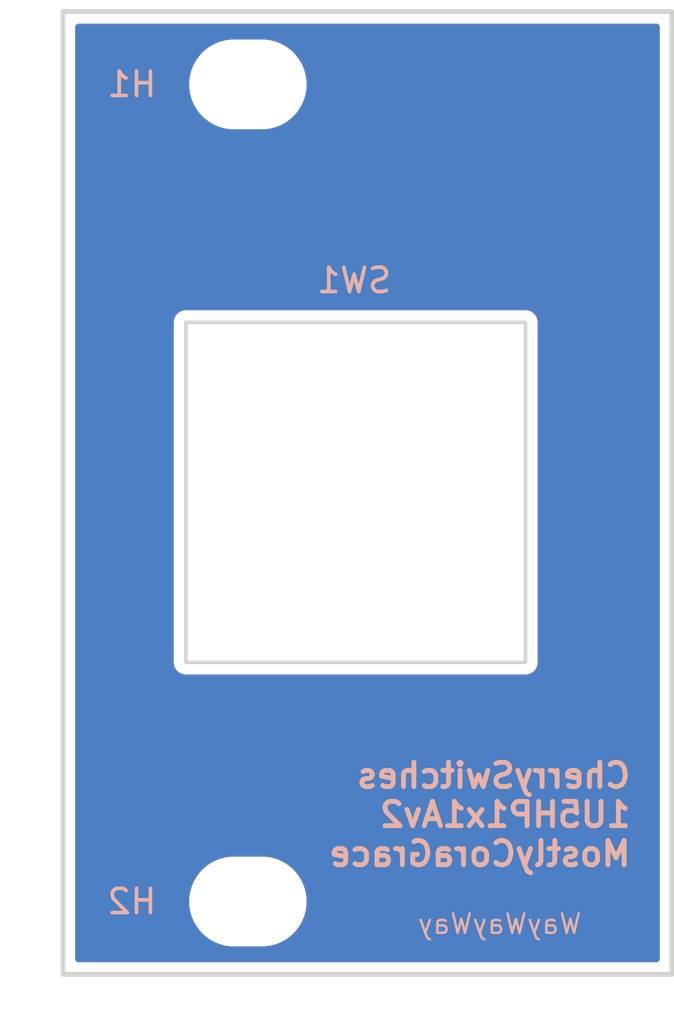
<source format=kicad_pcb>
(kicad_pcb (version 20241229) (generator "pcbnew") (generator_version "9.0")
  (layers (0 "F.Cu" signal) (2 "B.Cu" signal) (13 "F.Paste" user) (15 "B.Paste" user) (5 "F.SilkS" user "F.Silkscreen") (7 "B.SilkS" user "B.Silkscreen") (1 "F.Mask" user) (3 "B.Mask" user) (25 "Edge.Cuts" user))
  (net 0 "")
  (footprint "EXC:SW_Cherry_MX_1.00u_Mount" (layer "F.Cu") (at 12.065 22.225)
    (property "Reference" "SW1" (at -0.065 -8.725 0) (layer "B.SilkS") (effects (justify mirror)))
    (property "Value" "SW_SPST_MOUNT")
    (fp_rect (start -7 -7) (end 7 7) (stroke (width 0.15)) (fill no) (layer "Edge.Cuts"))
  )
  (footprint "EXC:MountingHole_3.2mm_M3" (layer "F.Cu") (at 7.62 39.075)
    (property "Reference" "H2" (at -3.683 0 0) (layer "B.SilkS") (effects (justify left mirror)))
    (property "Value" "Eurorack_M3_MountingHole")
    (pad "" np_thru_hole oval (at 0 0) (size 4.34 3.2) (drill oval 4.34 3.2) (layers "*.Cu" "*.Mask"))
  )
  (footprint "EXC:MountingHole_3.2mm_M3" (layer "F.Cu") (at 7.62 5.425)
    (property "Reference" "H1" (at -3.683 0 0) (layer "B.SilkS") (effects (justify left mirror)))
    (property "Value" "Eurorack_M3_MountingHole")
    (pad "" np_thru_hole oval (at 0 0) (size 4.34 3.2) (drill oval 4.34 3.2) (layers "*.Cu" "*.Mask"))
  )
  (gr_rect (start 0 2.425) (end 25.1 42.075) (stroke (width 0.2)) (fill no) (layer "Edge.Cuts"))
  (gr_text "WayWayWay" (at 18 40 0) (layer "B.SilkS") (effects (font (size 0.8 0.8) (thickness 0.1)) (justify mirror)))
  (gr_text "CherrySwitches\n1U5HP1x1Av2\nMostlyCoraGrace" (at 23.5 35.5 0) (layer "B.SilkS") (effects (font (size 1 1) (thickness 0.2) (bold yes)) (justify left mirror)))
  (zone (net 0) (net_name "") (layer "F.Cu") (connect_pads (clearance 0.5)) (min_thickness 0.25) (fill yes (thermal_gap 0.5) (thermal_bridge_width 0.5) (island_removal_mode 1) (island_area_min 10))
    (polygon (pts (xy 0 2.5) (xy 25 2.5) (xy 25 42) (xy 0 42)))
  )
  (zone (net 0) (net_name "") (layer "B.Cu") (connect_pads (clearance 0.5)) (min_thickness 0.25) (fill yes (thermal_gap 0.5) (thermal_bridge_width 0.5) (island_removal_mode 1) (island_area_min 10))
    (polygon (pts (xy 0 2.5) (xy 25 2.5) (xy 25 42) (xy 0 42)))
  )
)
</source>
